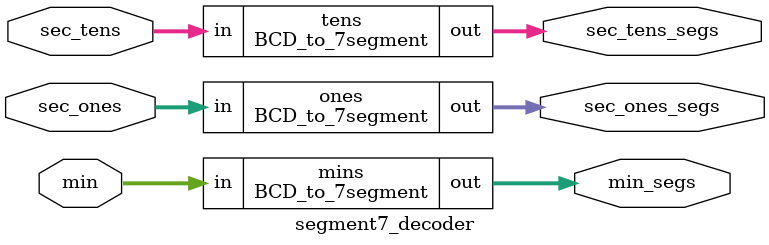
<source format=v>
module BCD_to_7segment(
    input wire[3:0] in,
    output wire[6:0] out
);
    assign out =
        (in == 'd0) ? 7'b1111110 :
        (in == 'd1) ? 7'b0110000 :
        (in == 'd2) ? 7'b1101101 :
        (in == 'd3) ? 7'b1111001 :
        (in == 'd4) ? 7'b0110011 :
        (in == 'd5) ? 7'b1011011 :
        (in == 'd6) ? 7'b1011111 :
        (in == 'd7) ? 7'b1110000 :
        (in == 'd8) ? 7'b1111111 :
        (in == 'd9) ? 7'b1111011 :
        7'bx;

endmodule

module segment7_decoder(
    input wire[3:0] sec_ones, sec_tens, min, 
    output wire[6:0] sec_ones_segs, sec_tens_segs, min_segs
);
    BCD_to_7segment ones(.in(sec_ones), .out(sec_ones_segs));
    BCD_to_7segment tens(.in(sec_tens), .out(sec_tens_segs));
    BCD_to_7segment mins(.in(min), .out(min_segs));

endmodule
</source>
